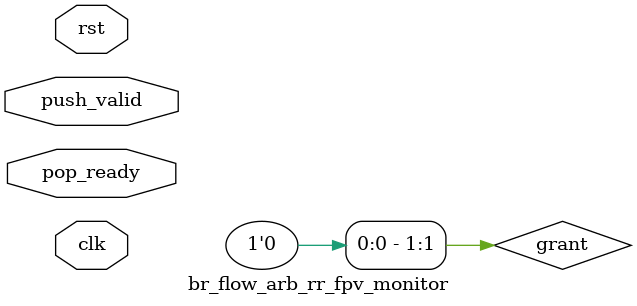
<source format=sv>



`include "br_asserts.svh"
`include "br_fv.svh"

module br_flow_arb_rr_fpv_monitor #(
    parameter int NumFlows = 2,  // Must be at least 2
    parameter bit EnableCoverPushBackpressure = 1,
    parameter bit EnableAssumePushValidStability = EnableCoverPushBackpressure,
    parameter bit EnableAssertFinalNotValid = 1
) (
    input logic                clk,
    input logic                rst,
    input logic [NumFlows-1:0] push_valid,
    input logic                pop_ready
);

  // ----------Instantiate RTL----------
  logic [NumFlows-1:0] push_ready;
  logic                pop_valid_unstable;
  // RTL internal signal
  logic [NumFlows-1:0] grant;
  assign grant = dut.grant;

  br_flow_arb_rr #(
      .NumFlows(NumFlows),
      .EnableCoverPushBackpressure(EnableCoverPushBackpressure),
      .EnableAssertFinalNotValid(EnableAssertFinalNotValid)
  ) dut (
      .clk,
      .rst,
      .push_ready,
      .push_valid,
      .pop_ready,
      .pop_valid_unstable
  );

  // ----------Instantiate basic checks----------
  br_flow_arb_basic_fpv_monitor #(
      .NumFlows(NumFlows),
      .EnableCoverPushBackpressure(EnableCoverPushBackpressure),
      .EnableAssumePushValidStability(EnableAssumePushValidStability)
  ) fv_checker (
      .clk,
      .rst,
      .push_ready,
      .push_valid,
      .pop_ready,
      .pop_valid_unstable
  );

  // ----------Round Robin checks----------
  rr_basic_fpv_monitor #(
      .NumRequesters(NumFlows),
      .EnableAssumeRequestStability(EnableAssumePushValidStability)
  ) rr_check (
      .clk,
      .rst,
      .enable_priority_update(pop_ready),
      .request(push_valid),
      .grant
  );

endmodule : br_flow_arb_rr_fpv_monitor

</source>
